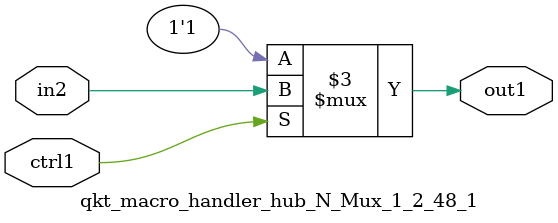
<source format=v>

`timescale 1ps / 1ps


module qkt_macro_handler_hub_N_Mux_1_2_48_1( in2, ctrl1, out1 );

    input in2;
    input ctrl1;
    output out1;
    reg out1;

    
    // rtl_process:qkt_macro_handler_hub_N_Mux_1_2_48_1/qkt_macro_handler_hub_N_Mux_1_2_48_1_thread_1
    always @*
      begin : qkt_macro_handler_hub_N_Mux_1_2_48_1_thread_1
        case (ctrl1) 
          1'b1: 
            begin
              out1 = in2;
            end
          default: 
            begin
              out1 = 1'b1;
            end
        endcase
      end

endmodule



</source>
